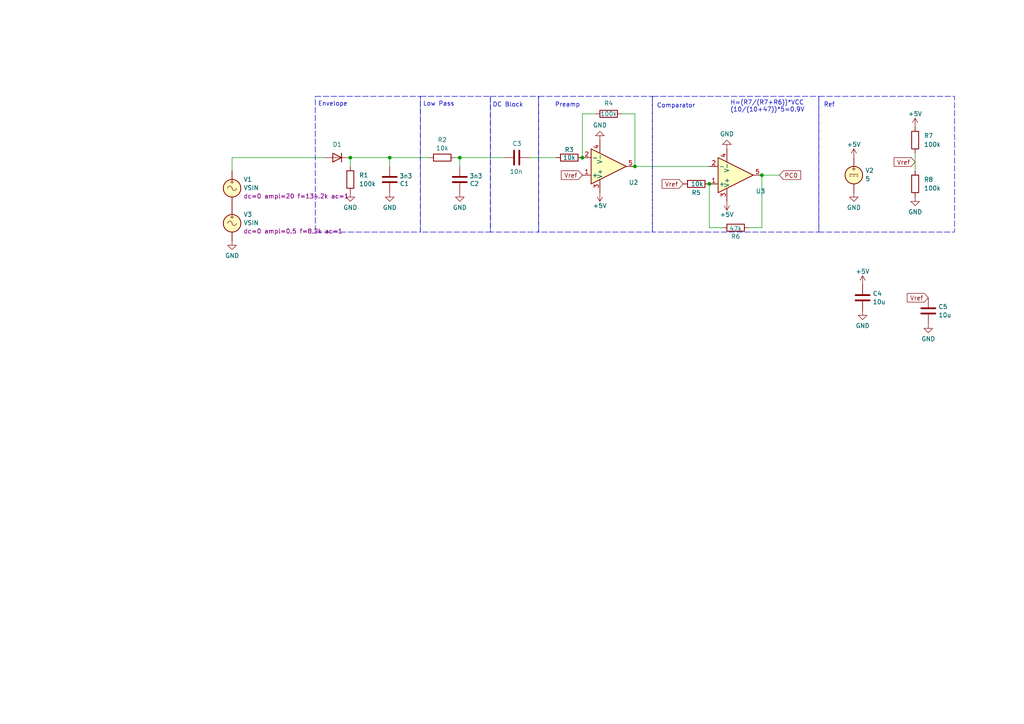
<source format=kicad_sch>
(kicad_sch (version 20231120) (generator "eeschema") (generator_version "8.0")
  (paper "A4")
  (lib_symbols
    (symbol "Device:C" (pin_numbers hide) (pin_names (offset 0.254))
      (property "Reference" "C" (at 0.635 2.54 0))
      (property "Value" "C" (at 0.635 -2.54 0))
      (symbol "C_0_1"
        (polyline (pts (xy -2.032 -0.762) (xy 2.032 -0.762)) (stroke (width 0.508)))
        (polyline (pts (xy -2.032 0.762) (xy 2.032 0.762)) (stroke (width 0.508)))
      )
      (symbol "C_1_1"
        (pin passive line (at 0 3.81 270) (length 2.794) (name "~") (number "1"))
        (pin passive line (at 0 -3.81 90) (length 2.794) (name "~") (number "2"))
      )
    )
    (symbol "Device:D" (pin_numbers hide) (pin_names (offset 1.016) hide)
      (property "Reference" "D" (at 0 2.54 0))
      (property "Value" "D" (at 0 -2.54 0))
      (symbol "D_0_1"
        (polyline (pts (xy -1.27 1.27) (xy -1.27 -1.27)) (stroke (width 0.254)))
        (polyline (pts (xy 1.27 0) (xy -1.27 0)))
        (polyline (pts (xy 1.27 1.27) (xy 1.27 -1.27) (xy -1.27 0) (xy 1.27 1.27)) (stroke (width 0.254)))
      )
      (symbol "D_1_1"
        (pin passive line (at -3.81 0 0) (length 2.54) (name "K") (number "1"))
        (pin passive line (at 3.81 0 180) (length 2.54) (name "A") (number "2"))
      )
    )
    (symbol "Device:R" (pin_numbers hide) (pin_names (offset 0))
      (property "Reference" "R" (at 2.032 0 90))
      (property "Value" "R" (at 0 0 90))
      (symbol "R_0_1"
        (rectangle (start -1.016 -2.54) (end 1.016 2.54) (stroke (width 0.254)))
      )
      (symbol "R_1_1"
        (pin passive line (at 0 3.81 270) (length 1.27) (name "~") (number "1"))
        (pin passive line (at 0 -3.81 90) (length 1.27) (name "~") (number "2"))
      )
    )
    (symbol "Simulation_SPICE:OPAMP" (pin_names (offset 0.254))
      (property "Reference" "U" (at 3.81 3.175 0))
      (property "Value" "${SIM.PARAMS}" (at 3.81 -3.175 0))
      (symbol "OPAMP_0_1"
        (polyline (pts (xy 5.08 0) (xy -5.08 5.08) (xy -5.08 -5.08) (xy 5.08 0)) (stroke (width 0.254)) (fill (type background)))
      )
      (symbol "OPAMP_1_1"
        (pin input line (at -7.62 2.54 0) (length 2.54) (name "+") (number "1"))
        (pin input line (at -7.62 -2.54 0) (length 2.54) (name "-") (number "2"))
        (pin power_in line (at -2.54 7.62 270) (length 3.81) (name "V+") (number "3"))
        (pin power_in line (at -2.54 -7.62 90) (length 3.81) (name "V-") (number "4"))
        (pin output line (at 7.62 0 180) (length 2.54) (name "~") (number "5"))
      )
    )
    (symbol "Simulation_SPICE:VDC" (pin_numbers hide) (pin_names (offset 0.0254))
      (property "Reference" "V" (at 2.54 2.54 0))
      (property "Value" "1" (at 2.54 0 0))
      (symbol "VDC_0_0"
        (polyline (pts (xy -1.27 0.254) (xy 1.27 0.254)))
        (polyline (pts (xy -0.762 -0.254) (xy -1.27 -0.254)))
        (polyline (pts (xy 0.254 -0.254) (xy -0.254 -0.254)))
        (polyline (pts (xy 1.27 -0.254) (xy 0.762 -0.254)))
        (text "+" (at 0 1.905 0) (effects (font (size 1.27 1.27))))
      )
      (symbol "VDC_0_1"
        (circle (center 0 0) (radius 2.54) (stroke (width 0.254)) (fill (type background)))
      )
      (symbol "VDC_1_1"
        (pin passive line (at 0 5.08 270) (length 2.54) (name "~") (number "1"))
        (pin passive line (at 0 -5.08 90) (length 2.54) (name "~") (number "2"))
      )
    )
    (symbol "Simulation_SPICE:VSIN" (pin_numbers hide) (pin_names (offset 0.0254))
      (property "Reference" "V" (at 2.54 2.54 0))
      (property "Value" "VSIN" (at 2.54 0 0))
      (property "Sim.Params" "dc=0 ampl=1 f=1k ac=1" (at 2.54 -2.54 0))
      (symbol "VSIN_0_0"
        (arc (start 0 0) (mid -0.635 0.6323) (end -1.27 0))
        (arc (start 0 0) (mid 0.635 -0.6323) (end 1.27 0))
        (text "+" (at 0 1.905 0) (effects (font (size 1.27 1.27))))
      )
      (symbol "VSIN_0_1"
        (circle (center 0 0) (radius 2.54) (stroke (width 0.254)) (fill (type background)))
      )
      (symbol "VSIN_1_1"
        (pin passive line (at 0 5.08 270) (length 2.54) (name "~") (number "1"))
        (pin passive line (at 0 -5.08 90) (length 2.54) (name "~") (number "2"))
      )
    )
    (symbol "power:+5V" (power) (pin_names (offset 0))
      (property "Value" "+5V" (at 0 3.556 0))
      (symbol "+5V_0_1"
        (polyline (pts (xy -0.762 1.27) (xy 0 2.54)))
        (polyline (pts (xy 0 0) (xy 0 2.54)))
        (polyline (pts (xy 0 2.54) (xy 0.762 1.27)))
      )
      (symbol "+5V_1_1"
        (pin power_in line (at 0 0 90) (length 0) hide (name "+5V") (number "1"))
      )
    )
    (symbol "power:GND" (power) (pin_names (offset 0))
      (property "Value" "GND" (at 0 -3.81 0))
      (symbol "GND_0_1"
        (polyline (pts (xy 0 0) (xy 0 -1.27) (xy 1.27 -1.27) (xy 0 -2.54) (xy -1.27 -1.27) (xy 0 -1.27)))
      )
      (symbol "GND_1_1"
        (pin power_in line (at 0 0 270) (length 0) hide (name "GND") (number "1"))
      )
    )
  )
  (junction (at 113.03 45.72))
  (junction (at 205.74 53.34))
  (junction (at 168.91 45.72))
  (junction (at 101.6 45.72))
  (junction (at 220.98 50.8))
  (junction (at 184.15 48.26))
  (junction (at 133.35 45.72))
  (wire (pts (xy 205.74 66.04) (xy 205.74 53.34)))
  (wire (pts (xy 184.15 48.26) (xy 205.74 48.26)))
  (wire (pts (xy 220.98 66.04) (xy 220.98 50.8)))
  (wire (pts (xy 113.03 45.72) (xy 101.6 45.72)))
  (wire (pts (xy 168.91 33.02) (xy 168.91 45.72)))
  (wire (pts (xy 153.67 45.72) (xy 161.29 45.72)))
  (wire (pts (xy 180.34 33.02) (xy 184.15 33.02)))
  (wire (pts (xy 217.17 66.04) (xy 220.98 66.04)))
  (wire (pts (xy 124.46 45.72) (xy 113.03 45.72)))
  (wire (pts (xy 67.31 45.72) (xy 93.98 45.72)))
  (wire (pts (xy 146.05 45.72) (xy 133.35 45.72)))
  (wire (pts (xy 113.03 48.26) (xy 113.03 45.72)))
  (wire (pts (xy 220.98 50.8) (xy 226.06 50.8)))
  (wire (pts (xy 265.43 49.53) (xy 265.43 44.45)))
  (wire (pts (xy 133.35 48.26) (xy 133.35 45.72)))
  (wire (pts (xy 209.55 66.04) (xy 205.74 66.04)))
  (wire (pts (xy 67.31 49.53) (xy 67.31 45.72)))
  (wire (pts (xy 172.72 33.02) (xy 168.91 33.02)))
  (wire (pts (xy 132.08 45.72) (xy 133.35 45.72)))
  (wire (pts (xy 184.15 33.02) (xy 184.15 48.26)))
  (wire (pts (xy 101.6 48.26) (xy 101.6 45.72)))
  (rectangle (start 91.44 27.94) (end 121.92 67.31) (stroke (width 0) (type dash)))
  (rectangle (start 237.49 27.94) (end 276.86 67.31) (stroke (width 0) (type dash)))
  (rectangle (start 156.21 27.94) (end 189.23 67.31) (stroke (width 0) (type dash)))
  (rectangle (start 121.92 27.94) (end 142.24 67.31) (stroke (width 0) (type dash)))
  (rectangle (start 142.24 27.94) (end 156.21 67.31) (stroke (width 0) (type dash)))
  (rectangle (start 189.23 27.94) (end 237.49 67.31) (stroke (width 0) (type dash)))
  (text_box "H=(R7/(R7+R6))*VCC\n(10/(10+47))*5=0.9V" (at 210.82 27.94 0) (size 26.67 10.16) (stroke (width -0.0001)) (effects (font (size 1.27 1.27)) (justify left top)))
  (text "Comparator" (at 196.088 30.734 0) (effects (font (size 1.27 1.27))))
  (text "Low Pass" (at 127.254 30.226 0) (effects (font (size 1.27 1.27))))
  (text "Envelope" (at 96.52 30.226 0) (effects (font (size 1.27 1.27))))
  (text "Preamp" (at 164.592 30.48 0) (effects (font (size 1.27 1.27))))
  (text "Ref" (at 240.538 30.48 0) (effects (font (size 1.27 1.27))))
  (text "DC Block" (at 147.32 30.48 0) (effects (font (size 1.27 1.27))))
  (global_label "Vref" (shape input) (at 168.91 50.8 180) (property "Intersheetrefs" "${INTERSHEET_REFS}" (effects (hide yes))))
  (global_label "Vref" (shape input) (at 269.24 86.36 180) (property "Intersheetrefs" "${INTERSHEET_REFS}" (effects (hide yes))))
  (global_label "PC0" (shape input) (at 226.06 50.8 0) (property "Intersheetrefs" "${INTERSHEET_REFS}" (effects (hide yes))))
  (global_label "Vref" (shape input) (at 198.12 53.34 180) (property "Intersheetrefs" "${INTERSHEET_REFS}" (effects (hide yes))))
  (global_label "Vref" (shape input) (at 265.43 46.99 180) (property "Intersheetrefs" "${INTERSHEET_REFS}" (effects (hide yes))))
  (symbol (lib_id "Device:C") (at 250.19 86.36 0) (unit 1)
    (property "Reference" "C4" (at 253.111 85.1478 0) (effects (justify left)))
    (property "Value" "10u" (at 253.111 87.5721 0) (effects (justify left)))
    (property "Description" "Unpolarized capacitor" (effects (hide yes)))
  )
  (symbol (lib_id "power:+5V") (at 247.65 45.72 0) (unit 1)
    (property "Reference" "#PWR05" (effects (hide yes)))
    (property "Value" "+5V" (at 249.682 41.91 0) (effects (justify right)))
  )
  (symbol (lib_id "Device:C") (at 149.86 45.72 270) (mirror x) (unit 1)
    (property "Reference" "C3" (at 148.59 41.656 90) (effects (justify left)))
    (property "Value" "10n" (at 147.828 49.784 90) (effects (justify left)))
    (property "Footprint" "Capacitor_SMD:C_0603_1608Metric_Pad1.08x0.95mm_HandSolder" (effects (hide yes)))
  )
  (symbol (lib_id "Simulation_SPICE:VSIN") (at 67.31 64.77 0) (unit 1)
    (property "Reference" "V3" (at 70.612 62.2159 0) (effects (justify left)))
    (property "Value" "VSIN" (at 70.612 64.6402 0) (effects (justify left)))
    (property "Datasheet" "https://ngspice.sourceforge.io/docs/ngspice-html-manual/manual.xhtml#sec_Independent_Sources_for" (effects (hide yes)))
    (property "Description" "Voltage source, sinusoidal" (effects (hide yes)))
    (property "Sim.Pins" "1=+ 2=-" (effects (hide yes)))
    (property "Sim.Params" "dc=0 ampl=0.5 f=8.2k ac=1" (at 70.612 67.0645 0) (effects (justify left)))
    (property "Sim.Type" "SIN" (effects (hide yes)))
    (property "Sim.Device" "V" (effects (hide yes)))
  )
  (symbol (lib_id "Device:R") (at 128.27 45.72 90) (unit 1)
    (property "Reference" "R2" (at 128.27 40.5595 90))
    (property "Value" "10k" (at 128.27 42.9838 90))
    (property "Footprint" "Resistor_SMD:R_1206_3216Metric" (effects (hide yes)))
    (property "Description" "Resistor" (effects (hide yes)))
  )
  (symbol (lib_id "power:GND") (at 210.82 43.18 0) (mirror x) (unit 1)
    (property "Reference" "#PWR011" (effects (hide yes)))
    (property "Value" "GND" (at 208.788 38.862 0) (effects (justify left)))
  )
  (symbol (lib_id "power:GND") (at 67.31 69.85 0) (unit 1)
    (property "Reference" "#PWR04" (effects (hide yes)))
    (property "Value" "GND" (at 65.278 74.168 0) (effects (justify left)))
  )
  (symbol (lib_id "Simulation_SPICE:OPAMP") (at 176.53 48.26 0) (mirror x) (unit 1)
    (property "Reference" "U2" (at 183.7532 52.9191 0))
    (property "Value" "${SIM.PARAMS}" (at 183.7532 51.2377 0))
    (property "Datasheet" "https://ngspice.sourceforge.io/docs/ngspice-html-manual/manual.xhtml#sec__SUBCKT_Subcircuits" (effects (hide yes)))
    (property "Description" "Operational amplifier, single, node sequence=1:+ 2:- 3:OUT 4:V+ 5:V-" (effects (hide yes)))
    (property "Sim.Pins" "1=in+ 2=in- 3=vcc 4=vee 5=out" (effects (hide yes)))
    (property "Sim.Device" "SUBCKT" (effects (hide yes)))
    (property "Sim.Library" "${KICAD8_SYMBOL_DIR}/Simulation_SPICE.sp" (effects (hide yes)))
    (property "Sim.Name" "kicad_builtin_opamp" (effects (hide yes)))
  )
  (symbol (lib_id "power:+5V") (at 210.82 58.42 0) (mirror x) (unit 1)
    (property "Reference" "#PWR012" (effects (hide yes)))
    (property "Value" "+5V" (at 212.852 62.23 0) (effects (justify right)))
  )
  (symbol (lib_id "power:+5V") (at 250.19 82.55 0) (unit 1)
    (property "Reference" "#PWR013" (effects (hide yes)))
    (property "Value" "+5V" (at 252.222 78.74 0) (effects (justify right)))
  )
  (symbol (lib_id "power:GND") (at 265.43 57.15 0) (unit 1)
    (property "Reference" "#PWR08" (effects (hide yes)))
    (property "Value" "GND" (at 263.398 61.468 0) (effects (justify left)))
  )
  (symbol (lib_id "Device:R") (at 265.43 53.34 0) (unit 1)
    (property "Reference" "R8" (at 267.97 52.0699 0) (effects (justify left)))
    (property "Value" "100k" (at 267.97 54.6099 0) (effects (justify left)))
    (property "Footprint" "Resistor_SMD:R_1206_3216Metric" (effects (hide yes)))
    (property "Description" "Resistor" (effects (hide yes)))
  )
  (symbol (lib_id "power:GND") (at 113.03 55.88 0) (unit 1)
    (property "Reference" "#PWR02" (effects (hide yes)))
    (property "Value" "GND" (at 110.998 60.198 0) (effects (justify left)))
  )
  (symbol (lib_id "Device:D") (at 97.79 45.72 180) (unit 1)
    (property "Reference" "D1" (at 97.79 41.91 0))
    (property "Value" "D" (effects (hide yes)))
    (property "Footprint" "Diode_SMD:D_SMA" (effects (hide yes)))
    (property "Description" "Diode" (effects (hide yes)))
    (property "Sim.Device" "D" (effects (hide yes)))
    (property "Sim.Pins" "1=K 2=A" (effects (hide yes)))
  )
  (symbol (lib_id "power:GND") (at 269.24 93.98 0) (unit 1)
    (property "Reference" "#PWR015" (effects (hide yes)))
    (property "Value" "GND" (at 267.208 98.298 0) (effects (justify left)))
  )
  (symbol (lib_id "Device:R") (at 201.93 53.34 270) (unit 1)
    (property "Reference" "R5" (at 201.93 55.88 90))
    (property "Value" "10k" (at 202.184 53.34 90))
    (property "Footprint" "Resistor_SMD:R_1206_3216Metric" (effects (hide yes)))
    (property "Description" "Resistor" (effects (hide yes)))
  )
  (symbol (lib_id "Device:R") (at 213.36 66.04 90) (mirror x) (unit 1)
    (property "Reference" "R6" (at 213.36 68.58 90))
    (property "Value" "47k" (at 213.36 66.294 90))
    (property "Footprint" "Resistor_SMD:R_1206_3216Metric" (effects (hide yes)))
    (property "Description" "Resistor" (effects (hide yes)))
  )
  (symbol (lib_id "Simulation_SPICE:VDC") (at 247.65 50.8 0) (unit 1)
    (property "Reference" "V2" (at 250.952 49.458 0) (effects (justify left)))
    (property "Value" "5" (at 250.952 51.8823 0) (effects (justify left)))
    (property "Datasheet" "https://ngspice.sourceforge.io/docs/ngspice-html-manual/manual.xhtml#sec_Independent_Sources_for" (effects (hide yes)))
    (property "Description" "Voltage source, DC" (effects (hide yes)))
    (property "Sim.Pins" "1=+ 2=-" (effects (hide yes)))
    (property "Sim.Type" "DC" (effects (hide yes)))
    (property "Sim.Device" "V" (effects (hide yes)))
  )
  (symbol (lib_id "power:GND") (at 250.19 90.17 0) (unit 1)
    (property "Reference" "#PWR014" (effects (hide yes)))
    (property "Value" "GND" (at 248.158 94.488 0) (effects (justify left)))
  )
  (symbol (lib_id "power:GND") (at 173.99 40.64 0) (mirror x) (unit 1)
    (property "Reference" "#PWR010" (effects (hide yes)))
    (property "Value" "GND" (at 171.958 36.322 0) (effects (justify left)))
  )
  (symbol (lib_id "Device:R") (at 176.53 33.02 90) (unit 1)
    (property "Reference" "R4" (at 176.53 29.972 90))
    (property "Value" "100k" (at 176.53 33.02 90))
    (property "Footprint" "Resistor_SMD:R_1206_3216Metric" (effects (hide yes)))
    (property "Description" "Resistor" (effects (hide yes)))
  )
  (symbol (lib_id "Device:R") (at 101.6 52.07 0) (unit 1)
    (property "Reference" "R1" (at 104.14 50.7999 0) (effects (justify left)))
    (property "Value" "100k" (at 104.14 53.3399 0) (effects (justify left)))
    (property "Footprint" "Resistor_SMD:R_1206_3216Metric" (effects (hide yes)))
    (property "Description" "Resistor" (effects (hide yes)))
  )
  (symbol (lib_id "power:GND") (at 247.65 55.88 0) (unit 1)
    (property "Reference" "#PWR06" (effects (hide yes)))
    (property "Value" "GND" (at 245.618 60.198 0) (effects (justify left)))
  )
  (symbol (lib_id "power:+5V") (at 265.43 36.83 0) (unit 1)
    (property "Reference" "#PWR07" (effects (hide yes)))
    (property "Value" "+5V" (at 267.462 33.02 0) (effects (justify right)))
  )
  (symbol (lib_id "power:GND") (at 101.6 55.88 0) (unit 1)
    (property "Reference" "#PWR01" (effects (hide yes)))
    (property "Value" "GND" (at 99.568 60.198 0) (effects (justify left)))
  )
  (symbol (lib_id "Device:C") (at 133.35 52.07 0) (mirror x) (unit 1)
    (property "Reference" "C2" (at 136.271 53.2821 0) (effects (justify left)))
    (property "Value" "3n3" (at 136.144 51.054 0) (effects (justify left)))
    (property "Footprint" "Capacitor_SMD:C_0603_1608Metric_Pad1.08x0.95mm_HandSolder" (effects (hide yes)))
  )
  (symbol (lib_id "Device:R") (at 265.43 40.64 0) (unit 1)
    (property "Reference" "R7" (at 267.97 39.3699 0) (effects (justify left)))
    (property "Value" "100k" (at 267.97 41.9099 0) (effects (justify left)))
    (property "Footprint" "Resistor_SMD:R_1206_3216Metric" (effects (hide yes)))
    (property "Description" "Resistor" (effects (hide yes)))
  )
  (symbol (lib_id "Device:C") (at 269.24 90.17 0) (unit 1)
    (property "Reference" "C5" (at 272.161 88.9578 0) (effects (justify left)))
    (property "Value" "10u" (at 272.161 91.3821 0) (effects (justify left)))
    (property "Description" "Unpolarized capacitor" (effects (hide yes)))
  )
  (symbol (lib_id "power:GND") (at 133.35 55.88 0) (unit 1)
    (property "Reference" "#PWR03" (effects (hide yes)))
    (property "Value" "GND" (at 131.318 60.198 0) (effects (justify left)))
  )
  (symbol (lib_id "power:+5V") (at 173.99 55.88 0) (mirror x) (unit 1)
    (property "Reference" "#PWR09" (effects (hide yes)))
    (property "Value" "+5V" (at 176.022 59.69 0) (effects (justify right)))
  )
  (symbol (lib_id "Simulation_SPICE:OPAMP") (at 213.36 50.8 0) (mirror x) (unit 1)
    (property "Reference" "U3" (at 220.5832 55.4591 0))
    (property "Value" "${SIM.PARAMS}" (at 220.5832 53.7777 0))
    (property "Datasheet" "https://ngspice.sourceforge.io/docs/ngspice-html-manual/manual.xhtml#sec__SUBCKT_Subcircuits" (effects (hide yes)))
    (property "Description" "Operational amplifier, single, node sequence=1:+ 2:- 3:OUT 4:V+ 5:V-" (effects (hide yes)))
    (property "Sim.Pins" "1=in+ 2=in- 3=vcc 4=vee 5=out" (effects (hide yes)))
    (property "Sim.Device" "SUBCKT" (effects (hide yes)))
    (property "Sim.Library" "${KICAD8_SYMBOL_DIR}/Simulation_SPICE.sp" (effects (hide yes)))
    (property "Sim.Name" "kicad_builtin_opamp" (effects (hide yes)))
  )
  (symbol (lib_id "Simulation_SPICE:VSIN") (at 67.31 54.61 0) (unit 1)
    (property "Reference" "V1" (at 70.612 52.0559 0) (effects (justify left)))
    (property "Value" "VSIN" (at 70.612 54.4802 0) (effects (justify left)))
    (property "Datasheet" "https://ngspice.sourceforge.io/docs/ngspice-html-manual/manual.xhtml#sec_Independent_Sources_for" (effects (hide yes)))
    (property "Description" "Voltage source, sinusoidal" (effects (hide yes)))
    (property "Sim.Pins" "1=+ 2=-" (effects (hide yes)))
    (property "Sim.Params" "dc=0 ampl=20 f=134.2k ac=1" (at 70.612 56.9045 0) (effects (justify left)))
    (property "Sim.Type" "SIN" (effects (hide yes)))
    (property "Sim.Device" "V" (effects (hide yes)))
  )
  (symbol (lib_id "Device:C") (at 113.03 52.07 0) (mirror x) (unit 1)
    (property "Reference" "C1" (at 115.951 53.2821 0) (effects (justify left)))
    (property "Value" "3n3" (at 115.824 51.054 0) (effects (justify left)))
    (property "Footprint" "Capacitor_SMD:C_0603_1608Metric_Pad1.08x0.95mm_HandSolder" (effects (hide yes)))
  )
  (symbol (lib_id "Device:R") (at 165.1 45.72 90) (unit 1)
    (property "Reference" "R3" (at 165.1 43.434 90))
    (property "Value" "10k" (at 165.1 45.72 90))
    (property "Footprint" "Resistor_SMD:R_1206_3216Metric" (effects (hide yes)))
    (property "Description" "Resistor" (effects (hide yes)))
  )
)
</source>
